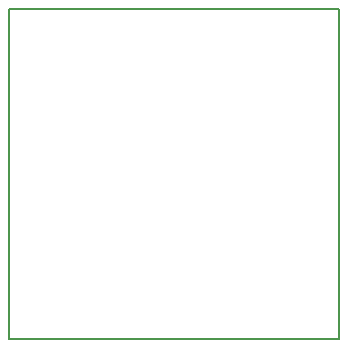
<source format=gbr>
G04 (created by PCBNEW (2013-07-07 BZR 4022)-stable) date 11/19/2014 12:35:41 PM*
%MOIN*%
G04 Gerber Fmt 3.4, Leading zero omitted, Abs format*
%FSLAX34Y34*%
G01*
G70*
G90*
G04 APERTURE LIST*
%ADD10C,0.00590551*%
%ADD11C,0.006*%
G04 APERTURE END LIST*
G54D10*
G54D11*
X66000Y-55000D02*
X66000Y-44000D01*
X77000Y-55000D02*
X66000Y-55000D01*
X77000Y-44000D02*
X77000Y-55000D01*
X66000Y-44000D02*
X77000Y-44000D01*
M02*

</source>
